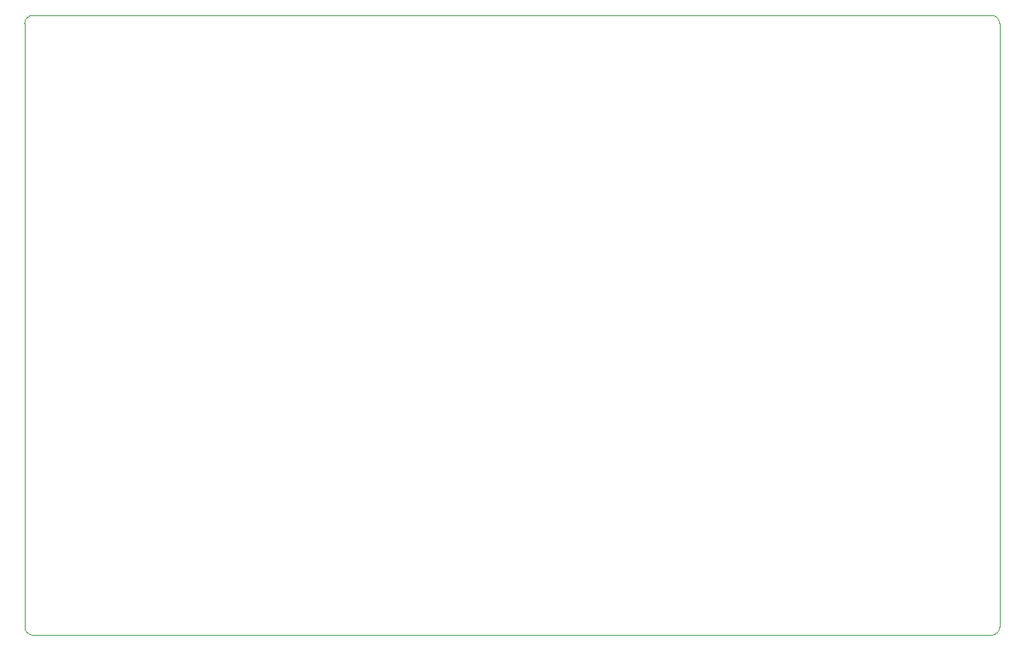
<source format=gbr>
G04 #@! TF.GenerationSoftware,KiCad,Pcbnew,(5.1.4)-1*
G04 #@! TF.CreationDate,2020-03-11T19:41:45+01:00*
G04 #@! TF.ProjectId,Jopen,4a6f7065-6e2e-46b6-9963-61645f706362,rev?*
G04 #@! TF.SameCoordinates,Original*
G04 #@! TF.FileFunction,Profile,NP*
%FSLAX46Y46*%
G04 Gerber Fmt 4.6, Leading zero omitted, Abs format (unit mm)*
G04 Created by KiCad (PCBNEW (5.1.4)-1) date 2020-03-11 19:41:45*
%MOMM*%
%LPD*%
G04 APERTURE LIST*
%ADD10C,0.050000*%
G04 APERTURE END LIST*
D10*
X88040000Y-127000000D02*
X88010000Y-57000000D01*
X88970000Y-56040000D02*
X200000000Y-56040000D01*
X89000000Y-127960000D02*
X200000000Y-127960000D01*
X200960000Y-127000000D02*
X200960000Y-57000000D01*
X88040000Y-127000000D02*
G75*
G03X89000000Y-127960000I960000J0D01*
G01*
X88010000Y-57000000D02*
G75*
G02X88970000Y-56040000I960000J0D01*
G01*
X200960000Y-127000000D02*
G75*
G02X200000000Y-127960000I-960000J0D01*
G01*
X200960000Y-57000000D02*
G75*
G03X200000000Y-56040000I-960000J0D01*
G01*
M02*

</source>
